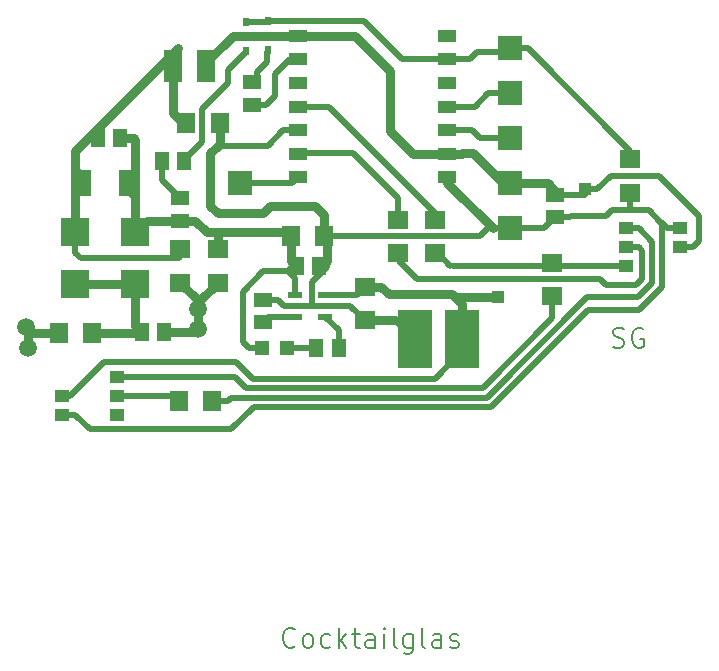
<source format=gbr>
G04 #@! TF.GenerationSoftware,KiCad,Pcbnew,5.0.0+dfsg1-1~bpo9+1*
G04 #@! TF.CreationDate,2018-12-28T11:25:29+01:00*
G04 #@! TF.ProjectId,receive_v1_1,726563656976655F76315F312E6B6963,rev?*
G04 #@! TF.SameCoordinates,Original*
G04 #@! TF.FileFunction,Copper,L1,Top,Signal*
G04 #@! TF.FilePolarity,Positive*
%FSLAX46Y46*%
G04 Gerber Fmt 4.6, Leading zero omitted, Abs format (unit mm)*
G04 Created by KiCad (PCBNEW 5.0.0+dfsg1-1~bpo9+1) date Fri Dec 28 11:25:29 2018*
%MOMM*%
%LPD*%
G01*
G04 APERTURE LIST*
G04 #@! TA.AperFunction,NonConductor*
%ADD10C,0.142240*%
G04 #@! TD*
G04 #@! TA.AperFunction,SMDPad,CuDef*
%ADD11R,1.803000X1.600000*%
G04 #@! TD*
G04 #@! TA.AperFunction,SMDPad,CuDef*
%ADD12R,1.000000X1.000000*%
G04 #@! TD*
G04 #@! TA.AperFunction,SMDPad,CuDef*
%ADD13R,1.300000X1.500000*%
G04 #@! TD*
G04 #@! TA.AperFunction,SMDPad,CuDef*
%ADD14R,1.200000X1.200000*%
G04 #@! TD*
G04 #@! TA.AperFunction,SMDPad,CuDef*
%ADD15R,1.600000X1.800000*%
G04 #@! TD*
G04 #@! TA.AperFunction,SMDPad,CuDef*
%ADD16R,1.200000X0.550000*%
G04 #@! TD*
G04 #@! TA.AperFunction,SMDPad,CuDef*
%ADD17R,1.800000X1.600000*%
G04 #@! TD*
G04 #@! TA.AperFunction,SMDPad,CuDef*
%ADD18R,1.500000X1.300000*%
G04 #@! TD*
G04 #@! TA.AperFunction,SMDPad,CuDef*
%ADD19R,1.500000X1.000000*%
G04 #@! TD*
G04 #@! TA.AperFunction,SMDPad,CuDef*
%ADD20R,2.000000X2.000000*%
G04 #@! TD*
G04 #@! TA.AperFunction,SMDPad,CuDef*
%ADD21R,1.200000X1.000000*%
G04 #@! TD*
G04 #@! TA.AperFunction,SMDPad,CuDef*
%ADD22R,1.780000X2.160000*%
G04 #@! TD*
G04 #@! TA.AperFunction,SMDPad,CuDef*
%ADD23R,0.600000X0.800000*%
G04 #@! TD*
G04 #@! TA.AperFunction,SMDPad,CuDef*
%ADD24R,1.600000X2.700000*%
G04 #@! TD*
G04 #@! TA.AperFunction,SMDPad,CuDef*
%ADD25R,3.000000X5.000000*%
G04 #@! TD*
G04 #@! TA.AperFunction,SMDPad,CuDef*
%ADD26R,1.600000X1.803000*%
G04 #@! TD*
G04 #@! TA.AperFunction,SMDPad,CuDef*
%ADD27R,2.400000X2.400000*%
G04 #@! TD*
G04 #@! TA.AperFunction,ViaPad*
%ADD28C,1.500000*%
G04 #@! TD*
G04 #@! TA.AperFunction,Conductor*
%ADD29C,0.500000*%
G04 #@! TD*
G04 #@! TA.AperFunction,Conductor*
%ADD30C,0.800000*%
G04 #@! TD*
G04 APERTURE END LIST*
D10*
X138209189Y-106519133D02*
X138450489Y-106599566D01*
X138852656Y-106599566D01*
X139013522Y-106519133D01*
X139093956Y-106438700D01*
X139174389Y-106277833D01*
X139174389Y-106116966D01*
X139093956Y-105956100D01*
X139013522Y-105875666D01*
X138852656Y-105795233D01*
X138530922Y-105714800D01*
X138370056Y-105634366D01*
X138289622Y-105553933D01*
X138209189Y-105393066D01*
X138209189Y-105232200D01*
X138289622Y-105071333D01*
X138370056Y-104990900D01*
X138530922Y-104910466D01*
X138933089Y-104910466D01*
X139174389Y-104990900D01*
X140783056Y-104990900D02*
X140622189Y-104910466D01*
X140380889Y-104910466D01*
X140139589Y-104990900D01*
X139978722Y-105151766D01*
X139898289Y-105312633D01*
X139817856Y-105634366D01*
X139817856Y-105875666D01*
X139898289Y-106197400D01*
X139978722Y-106358266D01*
X140139589Y-106519133D01*
X140380889Y-106599566D01*
X140541756Y-106599566D01*
X140783056Y-106519133D01*
X140863489Y-106438700D01*
X140863489Y-105875666D01*
X140541756Y-105875666D01*
X111314822Y-131838700D02*
X111234389Y-131919133D01*
X110993089Y-131999566D01*
X110832222Y-131999566D01*
X110590922Y-131919133D01*
X110430056Y-131758266D01*
X110349622Y-131597400D01*
X110269189Y-131275666D01*
X110269189Y-131034366D01*
X110349622Y-130712633D01*
X110430056Y-130551766D01*
X110590922Y-130390900D01*
X110832222Y-130310466D01*
X110993089Y-130310466D01*
X111234389Y-130390900D01*
X111314822Y-130471333D01*
X112280022Y-131999566D02*
X112119156Y-131919133D01*
X112038722Y-131838700D01*
X111958289Y-131677833D01*
X111958289Y-131195233D01*
X112038722Y-131034366D01*
X112119156Y-130953933D01*
X112280022Y-130873500D01*
X112521322Y-130873500D01*
X112682189Y-130953933D01*
X112762622Y-131034366D01*
X112843056Y-131195233D01*
X112843056Y-131677833D01*
X112762622Y-131838700D01*
X112682189Y-131919133D01*
X112521322Y-131999566D01*
X112280022Y-131999566D01*
X114290856Y-131919133D02*
X114129989Y-131999566D01*
X113808256Y-131999566D01*
X113647389Y-131919133D01*
X113566956Y-131838700D01*
X113486522Y-131677833D01*
X113486522Y-131195233D01*
X113566956Y-131034366D01*
X113647389Y-130953933D01*
X113808256Y-130873500D01*
X114129989Y-130873500D01*
X114290856Y-130953933D01*
X115014756Y-131999566D02*
X115014756Y-130310466D01*
X115175622Y-131356100D02*
X115658222Y-131999566D01*
X115658222Y-130873500D02*
X115014756Y-131516966D01*
X116140822Y-130873500D02*
X116784289Y-130873500D01*
X116382122Y-130310466D02*
X116382122Y-131758266D01*
X116462556Y-131919133D01*
X116623422Y-131999566D01*
X116784289Y-131999566D01*
X118071222Y-131999566D02*
X118071222Y-131114800D01*
X117990789Y-130953933D01*
X117829922Y-130873500D01*
X117508189Y-130873500D01*
X117347322Y-130953933D01*
X118071222Y-131919133D02*
X117910356Y-131999566D01*
X117508189Y-131999566D01*
X117347322Y-131919133D01*
X117266889Y-131758266D01*
X117266889Y-131597400D01*
X117347322Y-131436533D01*
X117508189Y-131356100D01*
X117910356Y-131356100D01*
X118071222Y-131275666D01*
X118875556Y-131999566D02*
X118875556Y-130873500D01*
X118875556Y-130310466D02*
X118795122Y-130390900D01*
X118875556Y-130471333D01*
X118955989Y-130390900D01*
X118875556Y-130310466D01*
X118875556Y-130471333D01*
X119921189Y-131999566D02*
X119760322Y-131919133D01*
X119679889Y-131758266D01*
X119679889Y-130310466D01*
X121288556Y-130873500D02*
X121288556Y-132240866D01*
X121208122Y-132401733D01*
X121127689Y-132482166D01*
X120966822Y-132562600D01*
X120725522Y-132562600D01*
X120564656Y-132482166D01*
X121288556Y-131919133D02*
X121127689Y-131999566D01*
X120805956Y-131999566D01*
X120645089Y-131919133D01*
X120564656Y-131838700D01*
X120484222Y-131677833D01*
X120484222Y-131195233D01*
X120564656Y-131034366D01*
X120645089Y-130953933D01*
X120805956Y-130873500D01*
X121127689Y-130873500D01*
X121288556Y-130953933D01*
X122334189Y-131999566D02*
X122173322Y-131919133D01*
X122092889Y-131758266D01*
X122092889Y-130310466D01*
X123701556Y-131999566D02*
X123701556Y-131114800D01*
X123621122Y-130953933D01*
X123460256Y-130873500D01*
X123138522Y-130873500D01*
X122977656Y-130953933D01*
X123701556Y-131919133D02*
X123540689Y-131999566D01*
X123138522Y-131999566D01*
X122977656Y-131919133D01*
X122897222Y-131758266D01*
X122897222Y-131597400D01*
X122977656Y-131436533D01*
X123138522Y-131356100D01*
X123540689Y-131356100D01*
X123701556Y-131275666D01*
X124425456Y-131919133D02*
X124586322Y-131999566D01*
X124908056Y-131999566D01*
X125068922Y-131919133D01*
X125149356Y-131758266D01*
X125149356Y-131677833D01*
X125068922Y-131516966D01*
X124908056Y-131436533D01*
X124666756Y-131436533D01*
X124505889Y-131356100D01*
X124425456Y-131195233D01*
X124425456Y-131114800D01*
X124505889Y-130953933D01*
X124666756Y-130873500D01*
X124908056Y-130873500D01*
X125068922Y-130953933D01*
D11*
G04 #@! TO.P,R4,2*
G04 #@! TO.N,GND*
X139700000Y-93497000D03*
G04 #@! TO.P,R4,1*
G04 #@! TO.N,Net-(D2-PadC)*
X139700000Y-90653000D03*
G04 #@! TD*
G04 #@! TO.P,R11,2*
G04 #@! TO.N,PWR_LED*
X133096000Y-99416000D03*
G04 #@! TO.P,R11,1*
X133096000Y-102260000D03*
G04 #@! TD*
D12*
G04 #@! TO.P,TP8,1*
G04 #@! TO.N,VCC*
X135890000Y-93218000D03*
G04 #@! TD*
G04 #@! TO.P,TP7,1*
G04 #@! TO.N,VCC*
X128524000Y-102362000D03*
G04 #@! TD*
D11*
G04 #@! TO.P,R10,2*
G04 #@! TO.N,DOUT*
X120015000Y-95774599D03*
G04 #@! TO.P,R10,1*
X120015000Y-98618599D03*
G04 #@! TD*
D13*
G04 #@! TO.P,R2,2*
G04 #@! TO.N,Net-(LED1-PadC)*
X113096000Y-106681065D03*
G04 #@! TO.P,R2,1*
G04 #@! TO.N,Net-(IC1-Pad1)*
X114996000Y-106681065D03*
G04 #@! TD*
D14*
G04 #@! TO.P,LED1,A*
G04 #@! TO.N,PWR_IN*
X108517259Y-106681065D03*
G04 #@! TO.P,LED1,C*
G04 #@! TO.N,Net-(LED1-PadC)*
X110617259Y-106681065D03*
G04 #@! TD*
D15*
G04 #@! TO.P,C2,2*
G04 #@! TO.N,GND*
X113795000Y-97155000D03*
G04 #@! TO.P,C2,1*
G04 #@! TO.N,PWR_IN*
X110995000Y-97155000D03*
G04 #@! TD*
D16*
G04 #@! TO.P,IC1,5*
G04 #@! TO.N,Net-(IC1-Pad5)*
X111276375Y-104009509D03*
G04 #@! TO.P,IC1,4*
G04 #@! TO.N,PWR_IN*
X111276375Y-102109509D03*
G04 #@! TO.P,IC1,3*
G04 #@! TO.N,VCC*
X113876375Y-102109509D03*
G04 #@! TO.P,IC1,2*
G04 #@! TO.N,GND*
X113876375Y-103059509D03*
G04 #@! TO.P,IC1,1*
G04 #@! TO.N,Net-(IC1-Pad1)*
X113876375Y-104009509D03*
G04 #@! TD*
D17*
G04 #@! TO.P,C3,2*
G04 #@! TO.N,GND*
X117187259Y-104271065D03*
G04 #@! TO.P,C3,1*
G04 #@! TO.N,VCC*
X117187259Y-101471065D03*
G04 #@! TD*
D13*
G04 #@! TO.P,C4,1*
G04 #@! TO.N,PWR_IN*
X111445000Y-99695000D03*
G04 #@! TO.P,C4,2*
G04 #@! TO.N,GND*
X113345000Y-99695000D03*
G04 #@! TD*
D18*
G04 #@! TO.P,R1,2*
G04 #@! TO.N,Net-(IC1-Pad5)*
X108585000Y-104455000D03*
G04 #@! TO.P,R1,1*
G04 #@! TO.N,GND*
X108585000Y-102555000D03*
G04 #@! TD*
D11*
G04 #@! TO.P,R3,1*
G04 #@! TO.N,PWR_LED*
X123190000Y-98618599D03*
G04 #@! TO.P,R3,2*
X123190000Y-95774599D03*
G04 #@! TD*
D19*
G04 #@! TO.P,U$1,GND*
G04 #@! TO.N,GND*
X124160000Y-92200000D03*
G04 #@! TO.P,U$1,NC*
G04 #@! TO.N,VCC*
X124160000Y-90200000D03*
G04 #@! TO.P,U$1,UTXD*
G04 #@! TO.N,/receive_v1_1_2/TXD*
X124160000Y-88200000D03*
G04 #@! TO.P,U$1,URXD*
G04 #@! TO.N,/receive_v1_1_2/RXD*
X124160000Y-86200000D03*
G04 #@! TO.P,U$1,GPIO18*
G04 #@! TO.N,Net-(U$1-PadGPIO18)*
X124160000Y-84200000D03*
G04 #@! TO.P,U$1,CH_PD*
G04 #@! TO.N,Net-(D2-PadC)*
X124160000Y-82200000D03*
G04 #@! TO.P,U$1,ANT*
G04 #@! TO.N,Net-(U$1-PadANT)*
X124160000Y-80200000D03*
G04 #@! TO.P,U$1,GPIO0*
G04 #@! TO.N,Net-(TP4-Pad1)*
X111560000Y-92200000D03*
G04 #@! TO.P,U$1,GPIO2*
G04 #@! TO.N,DOUT*
X111560000Y-90200000D03*
G04 #@! TO.P,U$1,GPIO15*
G04 #@! TO.N,GND*
X111560000Y-88200000D03*
G04 #@! TO.P,U$1,GPIO13*
G04 #@! TO.N,PWR_LED*
X111560000Y-86200000D03*
G04 #@! TO.P,U$1,GPIO12*
G04 #@! TO.N,Net-(U$1-PadGPIO12)*
X111560000Y-84200000D03*
G04 #@! TO.P,U$1,GPIO14*
G04 #@! TO.N,GPIO14*
X111560000Y-82200000D03*
G04 #@! TO.P,U$1,VCC*
G04 #@! TO.N,VCC*
X111560000Y-80200000D03*
G04 #@! TD*
D20*
G04 #@! TO.P,TP4,1*
G04 #@! TO.N,Net-(TP4-Pad1)*
X106680000Y-92710000D03*
G04 #@! TD*
G04 #@! TO.P,TP6,1*
G04 #@! TO.N,/receive_v1_1_2/TXD*
X129540000Y-88900000D03*
G04 #@! TD*
G04 #@! TO.P,TP5,1*
G04 #@! TO.N,/receive_v1_1_2/RXD*
X129540000Y-85090000D03*
G04 #@! TD*
G04 #@! TO.P,TP3,1*
G04 #@! TO.N,GND*
X129540000Y-96520000D03*
G04 #@! TD*
G04 #@! TO.P,TP2,1*
G04 #@! TO.N,VCC*
X129540000Y-92710000D03*
G04 #@! TD*
G04 #@! TO.P,TP1,1*
G04 #@! TO.N,Net-(D2-PadC)*
X129540000Y-81280000D03*
G04 #@! TD*
D21*
G04 #@! TO.P,IC3,6*
G04 #@! TO.N,GND*
X91603800Y-112293200D03*
G04 #@! TO.P,IC3,5*
G04 #@! TO.N,VCC*
X91603800Y-110693200D03*
G04 #@! TO.P,IC3,1*
G04 #@! TO.N,Net-(IC3-Pad1)*
X96203800Y-112293200D03*
G04 #@! TO.P,IC3,2*
G04 #@! TO.N,Net-(IC3-Pad2)*
X96203800Y-110693200D03*
G04 #@! TO.P,IC3,3*
G04 #@! TO.N,PWR_LED*
X96203800Y-109093200D03*
G04 #@! TD*
D15*
G04 #@! TO.P,C1,2*
G04 #@! TO.N,/receive_v1_1_1/IND*
X91310000Y-105410000D03*
G04 #@! TO.P,C1,1*
G04 #@! TO.N,Net-(C1-Pad1)*
X94110000Y-105410000D03*
G04 #@! TD*
D13*
G04 #@! TO.P,C5,2*
G04 #@! TO.N,Net-(C1-Pad1)*
X98347350Y-105316100D03*
G04 #@! TO.P,C5,1*
G04 #@! TO.N,/receive_v1_1_1/IND*
X100247350Y-105316100D03*
G04 #@! TD*
D22*
G04 #@! TO.P,D1,A*
G04 #@! TO.N,GND*
X93210000Y-92710000D03*
G04 #@! TO.P,D1,C*
G04 #@! TO.N,PWR_IN*
X97280000Y-92710000D03*
G04 #@! TD*
D21*
G04 #@! TO.P,IC2,6*
G04 #@! TO.N,GND*
X143905000Y-96520200D03*
G04 #@! TO.P,IC2,5*
G04 #@! TO.N,VCC*
X143905000Y-98120200D03*
G04 #@! TO.P,IC2,1*
G04 #@! TO.N,Net-(IC2-Pad1)*
X139305000Y-96520200D03*
G04 #@! TO.P,IC2,2*
G04 #@! TO.N,DOUT*
X139305000Y-98120200D03*
G04 #@! TO.P,IC2,3*
G04 #@! TO.N,PWR_LED*
X139305000Y-99720200D03*
G04 #@! TD*
D23*
G04 #@! TO.P,D2,A*
G04 #@! TO.N,Net-(D2-PadA)*
X107188000Y-81514000D03*
G04 #@! TO.P,D2,C*
G04 #@! TO.N,Net-(D2-PadC)*
X107188000Y-79014000D03*
G04 #@! TD*
D13*
G04 #@! TO.P,R5,2*
G04 #@! TO.N,Net-(C6-Pad2)*
X100015000Y-90805000D03*
G04 #@! TO.P,R5,1*
G04 #@! TO.N,Net-(D2-PadA)*
X101915000Y-90805000D03*
G04 #@! TD*
D18*
G04 #@! TO.P,R6,2*
G04 #@! TO.N,Net-(D3-PadA)*
X107630000Y-84140000D03*
G04 #@! TO.P,R6,1*
G04 #@! TO.N,GPIO14*
X107630000Y-86040000D03*
G04 #@! TD*
G04 #@! TO.P,C6,2*
G04 #@! TO.N,Net-(C6-Pad2)*
X101600000Y-93980000D03*
G04 #@! TO.P,C6,1*
G04 #@! TO.N,PWR_IN*
X101600000Y-95880000D03*
G04 #@! TD*
D23*
G04 #@! TO.P,D3,A*
G04 #@! TO.N,Net-(D3-PadA)*
X109030000Y-81450000D03*
G04 #@! TO.P,D3,C*
G04 #@! TO.N,Net-(D2-PadC)*
X109030000Y-78950000D03*
G04 #@! TD*
D18*
G04 #@! TO.P,C7,2*
G04 #@! TO.N,GND*
X133350000Y-95565000D03*
G04 #@! TO.P,C7,1*
G04 #@! TO.N,VCC*
X133350000Y-93665000D03*
G04 #@! TD*
D24*
G04 #@! TO.P,C8,2*
G04 #@! TO.N,GND*
X100962000Y-82804000D03*
G04 #@! TO.P,C8,1*
G04 #@! TO.N,VCC*
X103762000Y-82804000D03*
G04 #@! TD*
D13*
G04 #@! TO.P,R7,2*
G04 #@! TO.N,PWR_IN*
X96520000Y-88900000D03*
G04 #@! TO.P,R7,1*
G04 #@! TO.N,GND*
X94620000Y-88900000D03*
G04 #@! TD*
D25*
G04 #@! TO.P,X1,2*
G04 #@! TO.N,GND*
X121444000Y-105918000D03*
G04 #@! TO.P,X1,1*
G04 #@! TO.N,VCC*
X125444000Y-105918000D03*
G04 #@! TD*
D26*
G04 #@! TO.P,R8,1*
G04 #@! TO.N,Net-(IC2-Pad1)*
X104292000Y-111125000D03*
G04 #@! TO.P,R8,2*
G04 #@! TO.N,Net-(IC3-Pad2)*
X101448000Y-111125000D03*
G04 #@! TD*
G04 #@! TO.P,R9,1*
G04 #@! TO.N,GND*
X104927000Y-87630000D03*
G04 #@! TO.P,R9,2*
X102083000Y-87630000D03*
G04 #@! TD*
D17*
G04 #@! TO.P,C9,2*
G04 #@! TO.N,/receive_v1_1_1/IND*
X104775000Y-101095000D03*
G04 #@! TO.P,C9,1*
G04 #@! TO.N,PWR_IN*
X104775000Y-98295000D03*
G04 #@! TD*
G04 #@! TO.P,C10,2*
G04 #@! TO.N,GND*
X101600000Y-98295000D03*
G04 #@! TO.P,C10,1*
G04 #@! TO.N,/receive_v1_1_1/IND*
X101600000Y-101095000D03*
G04 #@! TD*
D27*
G04 #@! TO.P,D4,A*
G04 #@! TO.N,Net-(C1-Pad1)*
X97790000Y-101260000D03*
G04 #@! TO.P,D4,C*
G04 #@! TO.N,PWR_IN*
X97790000Y-96860000D03*
G04 #@! TD*
G04 #@! TO.P,D5,A*
G04 #@! TO.N,GND*
X92710000Y-96860000D03*
G04 #@! TO.P,D5,C*
G04 #@! TO.N,Net-(C1-Pad1)*
X92710000Y-101260000D03*
G04 #@! TD*
D28*
G04 #@! TO.N,/receive_v1_1_1/IND*
X103104850Y-104998600D03*
X88525250Y-104897000D03*
X88669547Y-106680000D03*
X103113926Y-103335161D03*
G04 #@! TD*
D29*
G04 #@! TO.N,GND*
X101470000Y-99060000D02*
X101600000Y-98930000D01*
X93210000Y-99060000D02*
X101470000Y-99060000D01*
X92710000Y-98560000D02*
X93210000Y-99060000D01*
X92710000Y-96860000D02*
X92710000Y-98560000D01*
X101429998Y-81280000D02*
X101600000Y-81280000D01*
X97790000Y-85070000D02*
X97790000Y-84919998D01*
X97810000Y-85090000D02*
X97790000Y-85070000D01*
D30*
X97790000Y-84919998D02*
X101429998Y-81280000D01*
D29*
X94620000Y-88900000D02*
X93809998Y-88900000D01*
D30*
X92710000Y-89999998D02*
X93809998Y-88900000D01*
D29*
X93210000Y-91940000D02*
X92710000Y-91440000D01*
X93210000Y-92710000D02*
X93210000Y-91940000D01*
D30*
X92710000Y-91440000D02*
X92710000Y-89999998D01*
X92710000Y-96860000D02*
X92710000Y-91440000D01*
D29*
X108975000Y-89535000D02*
X104775000Y-89535000D01*
D30*
X104775000Y-89535000D02*
X104140000Y-90170000D01*
D29*
X110310000Y-88200000D02*
X108975000Y-89535000D01*
X111560000Y-88200000D02*
X110310000Y-88200000D01*
D30*
X104140000Y-90170000D02*
X104140000Y-94615000D01*
X104140000Y-94615000D02*
X104775000Y-95250000D01*
X104775000Y-95250000D02*
X107950000Y-95250000D01*
D29*
X132395000Y-96520000D02*
X133350000Y-95565000D01*
X129540000Y-96520000D02*
X132395000Y-96520000D01*
X124160000Y-92640000D02*
X124160000Y-92200000D01*
D30*
X128040000Y-96520000D02*
X124160000Y-92640000D01*
D29*
X129540000Y-96520000D02*
X128040000Y-96520000D01*
X114007259Y-97021065D02*
X113507259Y-96521065D01*
X113876375Y-103059509D02*
X112776375Y-103059509D01*
X112776375Y-103059509D02*
X112726374Y-103009508D01*
X112726374Y-101020396D02*
X114007259Y-99739511D01*
X112726374Y-103009508D02*
X112726374Y-101020396D01*
X114007259Y-99739511D02*
X114007259Y-99249509D01*
X110361373Y-103059509D02*
X112776375Y-103059509D01*
X113876375Y-103059509D02*
X115975703Y-103059509D01*
X115975703Y-103059509D02*
X117187259Y-104271065D01*
D30*
X114007259Y-99249509D02*
X114007259Y-97021065D01*
X113795000Y-95380000D02*
X113795000Y-97155000D01*
X107950000Y-95250000D02*
X108585000Y-95250000D01*
X113030000Y-94615000D02*
X113795000Y-95380000D01*
X108585000Y-95250000D02*
X109220000Y-94615000D01*
X109220000Y-94615000D02*
X113030000Y-94615000D01*
D29*
X127635000Y-96520000D02*
X128040000Y-96520000D01*
X127000000Y-97155000D02*
X127635000Y-96520000D01*
X113795000Y-97155000D02*
X127000000Y-97155000D01*
X104927000Y-89383000D02*
X104775000Y-89535000D01*
D30*
X104927000Y-87630000D02*
X104927000Y-89383000D01*
X96603998Y-86106000D02*
X97790000Y-84919998D01*
X93809998Y-88900000D02*
X96603998Y-86106000D01*
D29*
X142805000Y-96520200D02*
X143905000Y-96520200D01*
X133350000Y-95565000D02*
X134600000Y-95565000D01*
X134600000Y-95565000D02*
X134661000Y-95504000D01*
X134661000Y-95504000D02*
X137668000Y-95504000D01*
X137668000Y-95504000D02*
X138176000Y-94996000D01*
X119797065Y-104271065D02*
X121444000Y-105918000D01*
D30*
X117187259Y-104271065D02*
X119797065Y-104271065D01*
D29*
X102083000Y-87630000D02*
X101854000Y-87630000D01*
D30*
X100962000Y-86738000D02*
X100962000Y-82804000D01*
X101854000Y-87630000D02*
X100962000Y-86738000D01*
D29*
X113962748Y-99695000D02*
X114007259Y-99739511D01*
X113345000Y-99695000D02*
X113962748Y-99695000D01*
X142405010Y-96120210D02*
X142240000Y-95955200D01*
X141280800Y-94996000D02*
X142240000Y-95955200D01*
X142240000Y-95955200D02*
X142367000Y-96082200D01*
X142367000Y-96082200D02*
X142805000Y-96520200D01*
X140400758Y-103416010D02*
X142367000Y-101449768D01*
X127889000Y-111633000D02*
X136105990Y-103416010D01*
X142367000Y-101449768D02*
X142367000Y-96082200D01*
X107823000Y-111633000D02*
X127889000Y-111633000D01*
X91603800Y-112293200D02*
X92703800Y-112293200D01*
X92703800Y-112293200D02*
X93948600Y-113538000D01*
X136105990Y-103416010D02*
X140400758Y-103416010D01*
X93948600Y-113538000D02*
X105918000Y-113538000D01*
X105918000Y-113538000D02*
X107823000Y-111633000D01*
X100962000Y-81747998D02*
X101429998Y-81280000D01*
X100962000Y-82804000D02*
X100962000Y-81747998D01*
X139700000Y-93497000D02*
X139700000Y-94996000D01*
X139700000Y-94996000D02*
X141280800Y-94996000D01*
X138176000Y-94996000D02*
X139700000Y-94996000D01*
X109856864Y-102555000D02*
X108585000Y-102555000D01*
X110361373Y-103059509D02*
X109856864Y-102555000D01*
D30*
G04 #@! TO.N,PWR_IN*
X97670000Y-88900000D02*
X96520000Y-88900000D01*
D29*
X97790000Y-89020000D02*
X97670000Y-88900000D01*
X97280000Y-93470000D02*
X97790000Y-93980000D01*
X97280000Y-92710000D02*
X97280000Y-93470000D01*
D30*
X97790000Y-93980000D02*
X97790000Y-89020000D01*
X97790000Y-96860000D02*
X97790000Y-93980000D01*
X104640000Y-96860000D02*
X110367259Y-96860000D01*
D29*
X104775000Y-96995000D02*
X104640000Y-96860000D01*
X110707259Y-100151277D02*
X111276375Y-100720393D01*
X111276375Y-102109509D02*
X111276375Y-100720393D01*
X108517259Y-106681065D02*
X107417259Y-106681065D01*
X107417259Y-106681065D02*
X106860001Y-106123807D01*
X106860001Y-106123807D02*
X106860001Y-101889997D01*
X106860001Y-101889997D02*
X108598721Y-100151277D01*
X108598721Y-100151277D02*
X110707259Y-100151277D01*
X101600000Y-95880000D02*
X101600000Y-96098000D01*
D30*
X110995000Y-99245000D02*
X111445000Y-99695000D01*
X110995000Y-97155000D02*
X110995000Y-99245000D01*
D29*
X111163536Y-99695000D02*
X110707259Y-100151277D01*
X111445000Y-99695000D02*
X111163536Y-99695000D01*
D30*
X98770000Y-95880000D02*
X97790000Y-96860000D01*
X101600000Y-95880000D02*
X98770000Y-95880000D01*
X103830000Y-96860000D02*
X104640000Y-96860000D01*
X101600000Y-95880000D02*
X102850000Y-95880000D01*
X102850000Y-95880000D02*
X103830000Y-96860000D01*
X104775000Y-98295000D02*
X104775000Y-96995000D01*
G04 #@! TO.N,VCC*
X111560000Y-80200000D02*
X109030000Y-80200000D01*
X109855000Y-80200000D02*
X106045000Y-80200000D01*
X106045000Y-80200000D02*
X103695000Y-82550000D01*
X121315000Y-90200000D02*
X124160000Y-90200000D01*
X111560000Y-80200000D02*
X116395000Y-80200000D01*
X116395000Y-80200000D02*
X119380000Y-83185000D01*
X119380000Y-88265000D02*
X121315000Y-90200000D01*
X119380000Y-83185000D02*
X119380000Y-88265000D01*
X128905000Y-92710000D02*
X132715000Y-92710000D01*
X124160000Y-90200000D02*
X125410000Y-90200000D01*
X126365000Y-90170000D02*
X128905000Y-92710000D01*
D29*
X125410000Y-90200000D02*
X125440000Y-90170000D01*
D30*
X125440000Y-90170000D02*
X126365000Y-90170000D01*
X133350000Y-93345000D02*
X132715000Y-92710000D01*
D29*
X133350000Y-93665000D02*
X133350000Y-93345000D01*
X113876375Y-102109509D02*
X116548815Y-102109509D01*
X116548815Y-102109509D02*
X117187259Y-101471065D01*
D30*
X118587259Y-101471065D02*
X119224194Y-102108000D01*
X119224194Y-102108000D02*
X124634000Y-102108000D01*
X125444000Y-102918000D02*
X125444000Y-105918000D01*
X117187259Y-101471065D02*
X118587259Y-101471065D01*
X124634000Y-102108000D02*
X125444000Y-102918000D01*
D29*
X124888000Y-102362000D02*
X124634000Y-102108000D01*
D30*
X128524000Y-102362000D02*
X124888000Y-102362000D01*
D29*
X135890000Y-93218000D02*
X135890000Y-93665000D01*
X135890000Y-93665000D02*
X133350000Y-93665000D01*
X92252800Y-110693200D02*
X91603800Y-110693200D01*
X95114934Y-107831066D02*
X92252800Y-110693200D01*
X106307066Y-107831066D02*
X95114934Y-107831066D01*
X125444000Y-105918000D02*
X125444000Y-106918000D01*
X125444000Y-106918000D02*
X123129033Y-109232967D01*
X123129033Y-109232967D02*
X107708967Y-109232967D01*
X107708967Y-109232967D02*
X106307066Y-107831066D01*
X145005000Y-98120200D02*
X143905000Y-98120200D01*
X145542000Y-97583200D02*
X145005000Y-98120200D01*
X145542000Y-95504000D02*
X145542000Y-97583200D01*
X135890000Y-93218000D02*
X136890000Y-93218000D01*
X138033000Y-92075000D02*
X142113000Y-92075000D01*
X136890000Y-93218000D02*
X138033000Y-92075000D01*
X142113000Y-92075000D02*
X145542000Y-95504000D01*
G04 #@! TO.N,DOUT*
X120015000Y-93980000D02*
X120015000Y-95774599D01*
X111560000Y-90200000D02*
X111810000Y-90200000D01*
X111840000Y-90170000D02*
X116205000Y-90170000D01*
X111810000Y-90200000D02*
X111840000Y-90170000D01*
X116205000Y-90170000D02*
X120015000Y-93980000D01*
X120015000Y-98618599D02*
X120116500Y-98618599D01*
X120142000Y-98644099D02*
X120142000Y-99314000D01*
X120116500Y-98618599D02*
X120142000Y-98644099D01*
X120142000Y-99314000D02*
X121666000Y-100838000D01*
X121666000Y-100838000D02*
X137160000Y-100838000D01*
X137160000Y-100838000D02*
X137668000Y-101346000D01*
X137668000Y-101346000D02*
X140208000Y-101346000D01*
X140208000Y-101346000D02*
X140716000Y-100838000D01*
X140405000Y-98120200D02*
X139305000Y-98120200D01*
X140716000Y-98431200D02*
X140405000Y-98120200D01*
X140716000Y-100838000D02*
X140716000Y-98431200D01*
G04 #@! TO.N,/receive_v1_1_1/IND*
X102787350Y-105316100D02*
X103104850Y-104998600D01*
D30*
X89038250Y-105410000D02*
X88525250Y-104897000D01*
X91310000Y-105410000D02*
X89038250Y-105410000D01*
X101600000Y-105316100D02*
X102787350Y-105316100D01*
X100247350Y-105316100D02*
X101600000Y-105316100D01*
D29*
X101197350Y-105316100D02*
X101600000Y-105316100D01*
D30*
X103104850Y-102765150D02*
X104775000Y-101095000D01*
X103104850Y-104998600D02*
X103104850Y-102765150D01*
X103113926Y-102608926D02*
X101600000Y-101095000D01*
D29*
X103113926Y-103335161D02*
X103113926Y-102608926D01*
X88669547Y-105041297D02*
X88525250Y-104897000D01*
D30*
X88669547Y-106680000D02*
X88669547Y-105041297D01*
D29*
G04 #@! TO.N,Net-(C1-Pad1)*
X94203900Y-105316100D02*
X94110000Y-105410000D01*
X98253450Y-105410000D02*
X98347350Y-105316100D01*
D30*
X94110000Y-105410000D02*
X98253450Y-105410000D01*
X92710000Y-101260000D02*
X97790000Y-101260000D01*
D29*
X97790000Y-104758750D02*
X98347350Y-105316100D01*
D30*
X97790000Y-101260000D02*
X97790000Y-104758750D01*
D29*
G04 #@! TO.N,Net-(IC1-Pad5)*
X109030491Y-104009509D02*
X108585000Y-104455000D01*
X111276375Y-104009509D02*
X109030491Y-104009509D01*
G04 #@! TO.N,Net-(IC1-Pad1)*
X114996000Y-105129134D02*
X114996000Y-106681065D01*
X113876375Y-104009509D02*
X114996000Y-105129134D01*
G04 #@! TO.N,Net-(LED1-PadC)*
X110617259Y-106681065D02*
X113096000Y-106681065D01*
G04 #@! TO.N,Net-(IC2-Pad1)*
X104292000Y-111125000D02*
X105592000Y-111125000D01*
X141516010Y-97631210D02*
X140405000Y-96520200D01*
X127557625Y-110832989D02*
X136028614Y-102362000D01*
X105884011Y-110832989D02*
X127557625Y-110832989D01*
X141516010Y-101169372D02*
X141516010Y-97631210D01*
X105592000Y-111125000D02*
X105884011Y-110832989D01*
X136028614Y-102362000D02*
X140323382Y-102362000D01*
X140405000Y-96520200D02*
X139305000Y-96520200D01*
X140323382Y-102362000D02*
X141516010Y-101169372D01*
G04 #@! TO.N,Net-(IC3-Pad2)*
X101016200Y-110693200D02*
X101448000Y-111125000D01*
X96203800Y-110693200D02*
X101016200Y-110693200D01*
G04 #@! TO.N,/receive_v1_1_2/TXD*
X124160000Y-88200000D02*
X126300000Y-88200000D01*
X127000000Y-88900000D02*
X129540000Y-88900000D01*
X126300000Y-88200000D02*
X127000000Y-88900000D01*
G04 #@! TO.N,/receive_v1_1_2/RXD*
X124160000Y-86200000D02*
X126525000Y-86200000D01*
X127635000Y-85090000D02*
X129540000Y-85090000D01*
X126525000Y-86200000D02*
X127635000Y-85090000D01*
G04 #@! TO.N,Net-(D2-PadC)*
X108966000Y-79014000D02*
X109030000Y-78950000D01*
X107188000Y-79014000D02*
X108966000Y-79014000D01*
X123910000Y-82200000D02*
X124160000Y-82200000D01*
X120389998Y-82200000D02*
X124160000Y-82200000D01*
X117139998Y-78950000D02*
X120389998Y-82200000D01*
X109030000Y-78950000D02*
X117139998Y-78950000D01*
X124160000Y-82200000D02*
X126080000Y-82200000D01*
X126080000Y-82200000D02*
X126680000Y-81600000D01*
X126680000Y-81600000D02*
X127000000Y-81600000D01*
X129220000Y-81600000D02*
X129540000Y-81280000D01*
X127000000Y-81600000D02*
X129220000Y-81600000D01*
X139700000Y-89940000D02*
X139700000Y-90653000D01*
X131040000Y-81280000D02*
X139700000Y-89940000D01*
X129540000Y-81280000D02*
X131040000Y-81280000D01*
G04 #@! TO.N,Net-(D2-PadA)*
X107188000Y-81614000D02*
X105664000Y-83138000D01*
X107188000Y-81514000D02*
X107188000Y-81614000D01*
X101915000Y-90705000D02*
X101915000Y-90805000D01*
X103433001Y-89186999D02*
X101915000Y-90705000D01*
X103433001Y-86432497D02*
X103433001Y-89186999D01*
X105664000Y-84201498D02*
X103433001Y-86432497D01*
X105664000Y-83138000D02*
X105664000Y-84201498D01*
G04 #@! TO.N,Net-(C6-Pad2)*
X100015000Y-92395000D02*
X101600000Y-93980000D01*
X100015000Y-90805000D02*
X100015000Y-92395000D01*
G04 #@! TO.N,GPIO14*
X111560000Y-82200000D02*
X110840000Y-82200000D01*
X110840000Y-82200000D02*
X109601000Y-83439000D01*
X109601000Y-85319000D02*
X108880000Y-86040000D01*
X108880000Y-86040000D02*
X107630000Y-86040000D01*
X109601000Y-83439000D02*
X109601000Y-85319000D01*
G04 #@! TO.N,Net-(D3-PadA)*
X109030000Y-81550000D02*
X108966000Y-81614000D01*
X109030000Y-81450000D02*
X109030000Y-81550000D01*
X108966000Y-81614000D02*
X108966000Y-82423000D01*
X108966000Y-82423000D02*
X108077000Y-83312000D01*
X108077000Y-83693000D02*
X107630000Y-84140000D01*
X108077000Y-83312000D02*
X108077000Y-83693000D01*
G04 #@! TO.N,Net-(TP4-Pad1)*
X111050000Y-92710000D02*
X111560000Y-92200000D01*
X106680000Y-92710000D02*
X111050000Y-92710000D01*
G04 #@! TO.N,PWR_LED*
X114140000Y-86200000D02*
X123190000Y-95250000D01*
X123190000Y-95250000D02*
X123190000Y-95774599D01*
X111560000Y-86200000D02*
X114140000Y-86200000D01*
X123190000Y-98618599D02*
X123383599Y-98618599D01*
X123383599Y-98618599D02*
X124460000Y-99695000D01*
X134112000Y-99720200D02*
X133400200Y-99720200D01*
X139305000Y-99720200D02*
X134112000Y-99720200D01*
X133400200Y-99720200D02*
X133096000Y-99416000D01*
X134112000Y-99720200D02*
X124641501Y-99720200D01*
X133096000Y-104140000D02*
X133096000Y-102260000D01*
X96203800Y-109093200D02*
X106220472Y-109093200D01*
X106220472Y-109093200D02*
X107160250Y-110032978D01*
X107160250Y-110032978D02*
X127203022Y-110032978D01*
X127203022Y-110032978D02*
X133096000Y-104140000D01*
G04 #@! TD*
M02*

</source>
